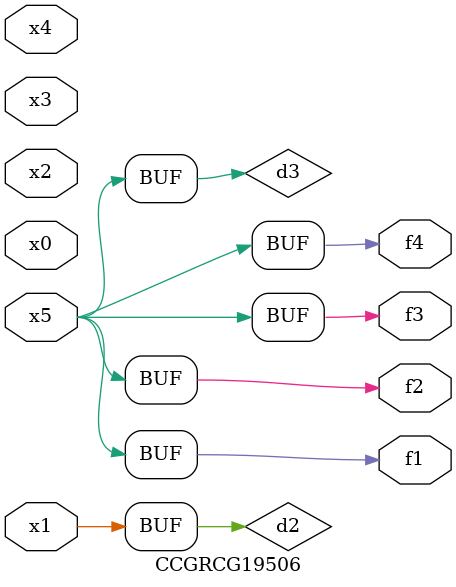
<source format=v>
module CCGRCG19506(
	input x0, x1, x2, x3, x4, x5,
	output f1, f2, f3, f4
);

	wire d1, d2, d3;

	not (d1, x5);
	or (d2, x1);
	xnor (d3, d1);
	assign f1 = d3;
	assign f2 = d3;
	assign f3 = d3;
	assign f4 = d3;
endmodule

</source>
